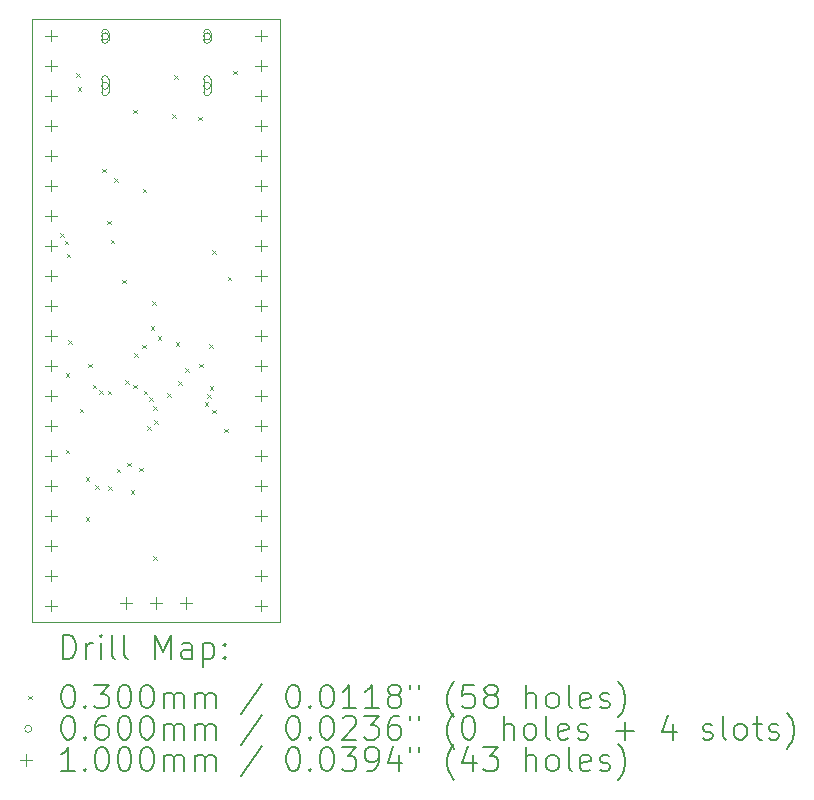
<source format=gbr>
%TF.GenerationSoftware,KiCad,Pcbnew,9.0.5*%
%TF.CreationDate,2025-12-09T16:25:20-06:00*%
%TF.ProjectId,KBoardV1,4b426f61-7264-4563-912e-6b696361645f,rev?*%
%TF.SameCoordinates,Original*%
%TF.FileFunction,Drillmap*%
%TF.FilePolarity,Positive*%
%FSLAX45Y45*%
G04 Gerber Fmt 4.5, Leading zero omitted, Abs format (unit mm)*
G04 Created by KiCad (PCBNEW 9.0.5) date 2025-12-09 16:25:20*
%MOMM*%
%LPD*%
G01*
G04 APERTURE LIST*
%ADD10C,0.050000*%
%ADD11C,0.200000*%
%ADD12C,0.100000*%
G04 APERTURE END LIST*
D10*
X5420000Y-2450000D02*
X7520000Y-2450000D01*
X7520000Y-7550000D01*
X5420000Y-7550000D01*
X5420000Y-2450000D01*
D11*
D12*
X5659645Y-4260355D02*
X5689645Y-4290355D01*
X5689645Y-4260355D02*
X5659645Y-4290355D01*
X5695000Y-4325000D02*
X5725000Y-4355000D01*
X5725000Y-4325000D02*
X5695000Y-4355000D01*
X5705000Y-5445000D02*
X5735000Y-5475000D01*
X5735000Y-5445000D02*
X5705000Y-5475000D01*
X5705000Y-6095000D02*
X5735000Y-6125000D01*
X5735000Y-6095000D02*
X5705000Y-6125000D01*
X5714500Y-4435000D02*
X5744500Y-4465000D01*
X5744500Y-4435000D02*
X5714500Y-4465000D01*
X5725000Y-5165000D02*
X5755000Y-5195000D01*
X5755000Y-5165000D02*
X5725000Y-5195000D01*
X5795000Y-2905000D02*
X5825000Y-2935000D01*
X5825000Y-2905000D02*
X5795000Y-2935000D01*
X5805000Y-3025000D02*
X5835000Y-3055000D01*
X5835000Y-3025000D02*
X5805000Y-3055000D01*
X5824900Y-5745000D02*
X5854900Y-5775000D01*
X5854900Y-5745000D02*
X5824900Y-5775000D01*
X5875000Y-6325000D02*
X5905000Y-6355000D01*
X5905000Y-6325000D02*
X5875000Y-6355000D01*
X5875000Y-6665000D02*
X5905000Y-6695000D01*
X5905000Y-6665000D02*
X5875000Y-6695000D01*
X5895000Y-5365000D02*
X5925000Y-5395000D01*
X5925000Y-5365000D02*
X5895000Y-5395000D01*
X5935000Y-5545000D02*
X5965000Y-5575000D01*
X5965000Y-5545000D02*
X5935000Y-5575000D01*
X5955000Y-6395000D02*
X5985000Y-6425000D01*
X5985000Y-6395000D02*
X5955000Y-6425000D01*
X5989661Y-5588729D02*
X6019661Y-5618729D01*
X6019661Y-5588729D02*
X5989661Y-5618729D01*
X6015000Y-3715000D02*
X6045000Y-3745000D01*
X6045000Y-3715000D02*
X6015000Y-3745000D01*
X6055000Y-4155000D02*
X6085000Y-4185000D01*
X6085000Y-4155000D02*
X6055000Y-4185000D01*
X6059380Y-5595000D02*
X6089380Y-5625000D01*
X6089380Y-5595000D02*
X6059380Y-5625000D01*
X6065000Y-6405000D02*
X6095000Y-6435000D01*
X6095000Y-6405000D02*
X6065000Y-6435000D01*
X6085000Y-4315000D02*
X6115000Y-4345000D01*
X6115000Y-4315000D02*
X6085000Y-4345000D01*
X6115000Y-3795000D02*
X6145000Y-3825000D01*
X6145000Y-3795000D02*
X6115000Y-3825000D01*
X6135000Y-6255000D02*
X6165000Y-6285000D01*
X6165000Y-6255000D02*
X6135000Y-6285000D01*
X6185000Y-4655000D02*
X6215000Y-4685000D01*
X6215000Y-4655000D02*
X6185000Y-4685000D01*
X6206360Y-5506360D02*
X6236360Y-5536360D01*
X6236360Y-5506360D02*
X6206360Y-5536360D01*
X6225000Y-6205000D02*
X6255000Y-6235000D01*
X6255000Y-6205000D02*
X6225000Y-6235000D01*
X6255000Y-6435000D02*
X6285000Y-6465000D01*
X6285000Y-6435000D02*
X6255000Y-6465000D01*
X6275000Y-3215000D02*
X6305000Y-3245000D01*
X6305000Y-3215000D02*
X6275000Y-3245000D01*
X6275000Y-5545000D02*
X6305000Y-5575000D01*
X6305000Y-5545000D02*
X6275000Y-5575000D01*
X6285000Y-5275000D02*
X6315000Y-5305000D01*
X6315000Y-5275000D02*
X6285000Y-5305000D01*
X6325000Y-6245000D02*
X6355000Y-6275000D01*
X6355000Y-6245000D02*
X6325000Y-6275000D01*
X6353579Y-5203579D02*
X6383579Y-5233579D01*
X6383579Y-5203579D02*
X6353579Y-5233579D01*
X6355000Y-3885000D02*
X6385000Y-3915000D01*
X6385000Y-3885000D02*
X6355000Y-3915000D01*
X6365426Y-5595312D02*
X6395426Y-5625312D01*
X6395426Y-5595312D02*
X6365426Y-5625312D01*
X6395000Y-5895000D02*
X6425000Y-5925000D01*
X6425000Y-5895000D02*
X6395000Y-5925000D01*
X6411803Y-5649213D02*
X6441803Y-5679213D01*
X6441803Y-5649213D02*
X6411803Y-5679213D01*
X6422564Y-5049739D02*
X6452564Y-5079739D01*
X6452564Y-5049739D02*
X6422564Y-5079739D01*
X6435000Y-4835000D02*
X6465000Y-4865000D01*
X6465000Y-4835000D02*
X6435000Y-4865000D01*
X6445000Y-5725000D02*
X6475000Y-5755000D01*
X6475000Y-5725000D02*
X6445000Y-5755000D01*
X6445000Y-6995000D02*
X6475000Y-7025000D01*
X6475000Y-6995000D02*
X6445000Y-7025000D01*
X6455000Y-5845000D02*
X6485000Y-5875000D01*
X6485000Y-5845000D02*
X6455000Y-5875000D01*
X6485000Y-5132157D02*
X6515000Y-5162157D01*
X6515000Y-5132157D02*
X6485000Y-5162157D01*
X6563791Y-5615000D02*
X6593791Y-5645000D01*
X6593791Y-5615000D02*
X6563791Y-5645000D01*
X6605000Y-3255000D02*
X6635000Y-3285000D01*
X6635000Y-3255000D02*
X6605000Y-3285000D01*
X6625000Y-2925000D02*
X6655000Y-2955000D01*
X6655000Y-2925000D02*
X6625000Y-2955000D01*
X6636450Y-5184613D02*
X6666450Y-5214613D01*
X6666450Y-5184613D02*
X6636450Y-5214613D01*
X6655000Y-5515000D02*
X6685000Y-5545000D01*
X6685000Y-5515000D02*
X6655000Y-5545000D01*
X6715731Y-5405315D02*
X6745731Y-5435315D01*
X6745731Y-5405315D02*
X6715731Y-5435315D01*
X6824645Y-3274645D02*
X6854645Y-3304645D01*
X6854645Y-3274645D02*
X6824645Y-3304645D01*
X6835000Y-5365000D02*
X6865000Y-5395000D01*
X6865000Y-5365000D02*
X6835000Y-5395000D01*
X6882864Y-5691408D02*
X6912864Y-5721408D01*
X6912864Y-5691408D02*
X6882864Y-5721408D01*
X6905000Y-5625000D02*
X6935000Y-5655000D01*
X6935000Y-5625000D02*
X6905000Y-5655000D01*
X6921059Y-5198941D02*
X6951059Y-5228941D01*
X6951059Y-5198941D02*
X6921059Y-5228941D01*
X6925000Y-5555000D02*
X6955000Y-5585000D01*
X6955000Y-5555000D02*
X6925000Y-5585000D01*
X6945000Y-4405000D02*
X6975000Y-4435000D01*
X6975000Y-4405000D02*
X6945000Y-4435000D01*
X6945000Y-5755000D02*
X6975000Y-5785000D01*
X6975000Y-5755000D02*
X6945000Y-5785000D01*
X7045000Y-5915000D02*
X7075000Y-5945000D01*
X7075000Y-5915000D02*
X7045000Y-5945000D01*
X7075200Y-4630298D02*
X7105200Y-4660298D01*
X7105200Y-4630298D02*
X7075200Y-4660298D01*
X7125000Y-2885000D02*
X7155000Y-2915000D01*
X7155000Y-2885000D02*
X7125000Y-2915000D01*
X6068000Y-2594000D02*
G75*
G02*
X6008000Y-2594000I-30000J0D01*
G01*
X6008000Y-2594000D02*
G75*
G02*
X6068000Y-2594000I30000J0D01*
G01*
X6068000Y-2624000D02*
X6068000Y-2564000D01*
X6008000Y-2564000D02*
G75*
G02*
X6068000Y-2564000I30000J0D01*
G01*
X6008000Y-2564000D02*
X6008000Y-2624000D01*
X6008000Y-2624000D02*
G75*
G03*
X6068000Y-2624000I30000J0D01*
G01*
X6068000Y-3012000D02*
G75*
G02*
X6008000Y-3012000I-30000J0D01*
G01*
X6008000Y-3012000D02*
G75*
G02*
X6068000Y-3012000I30000J0D01*
G01*
X6068000Y-3067000D02*
X6068000Y-2957000D01*
X6008000Y-2957000D02*
G75*
G02*
X6068000Y-2957000I30000J0D01*
G01*
X6008000Y-2957000D02*
X6008000Y-3067000D01*
X6008000Y-3067000D02*
G75*
G03*
X6068000Y-3067000I30000J0D01*
G01*
X6932000Y-2594000D02*
G75*
G02*
X6872000Y-2594000I-30000J0D01*
G01*
X6872000Y-2594000D02*
G75*
G02*
X6932000Y-2594000I30000J0D01*
G01*
X6932000Y-2624000D02*
X6932000Y-2564000D01*
X6872000Y-2564000D02*
G75*
G02*
X6932000Y-2564000I30000J0D01*
G01*
X6872000Y-2564000D02*
X6872000Y-2624000D01*
X6872000Y-2624000D02*
G75*
G03*
X6932000Y-2624000I30000J0D01*
G01*
X6932000Y-3012000D02*
G75*
G02*
X6872000Y-3012000I-30000J0D01*
G01*
X6872000Y-3012000D02*
G75*
G02*
X6932000Y-3012000I30000J0D01*
G01*
X6932000Y-3067000D02*
X6932000Y-2957000D01*
X6872000Y-2957000D02*
G75*
G02*
X6932000Y-2957000I30000J0D01*
G01*
X6872000Y-2957000D02*
X6872000Y-3067000D01*
X6872000Y-3067000D02*
G75*
G03*
X6932000Y-3067000I30000J0D01*
G01*
X5581000Y-2537000D02*
X5581000Y-2637000D01*
X5531000Y-2587000D02*
X5631000Y-2587000D01*
X5581000Y-2791000D02*
X5581000Y-2891000D01*
X5531000Y-2841000D02*
X5631000Y-2841000D01*
X5581000Y-3045000D02*
X5581000Y-3145000D01*
X5531000Y-3095000D02*
X5631000Y-3095000D01*
X5581000Y-3299000D02*
X5581000Y-3399000D01*
X5531000Y-3349000D02*
X5631000Y-3349000D01*
X5581000Y-3553000D02*
X5581000Y-3653000D01*
X5531000Y-3603000D02*
X5631000Y-3603000D01*
X5581000Y-3807000D02*
X5581000Y-3907000D01*
X5531000Y-3857000D02*
X5631000Y-3857000D01*
X5581000Y-4061000D02*
X5581000Y-4161000D01*
X5531000Y-4111000D02*
X5631000Y-4111000D01*
X5581000Y-4315000D02*
X5581000Y-4415000D01*
X5531000Y-4365000D02*
X5631000Y-4365000D01*
X5581000Y-4569000D02*
X5581000Y-4669000D01*
X5531000Y-4619000D02*
X5631000Y-4619000D01*
X5581000Y-4823000D02*
X5581000Y-4923000D01*
X5531000Y-4873000D02*
X5631000Y-4873000D01*
X5581000Y-5077000D02*
X5581000Y-5177000D01*
X5531000Y-5127000D02*
X5631000Y-5127000D01*
X5581000Y-5331000D02*
X5581000Y-5431000D01*
X5531000Y-5381000D02*
X5631000Y-5381000D01*
X5581000Y-5585000D02*
X5581000Y-5685000D01*
X5531000Y-5635000D02*
X5631000Y-5635000D01*
X5581000Y-5839000D02*
X5581000Y-5939000D01*
X5531000Y-5889000D02*
X5631000Y-5889000D01*
X5581000Y-6093000D02*
X5581000Y-6193000D01*
X5531000Y-6143000D02*
X5631000Y-6143000D01*
X5581000Y-6347000D02*
X5581000Y-6447000D01*
X5531000Y-6397000D02*
X5631000Y-6397000D01*
X5581000Y-6601000D02*
X5581000Y-6701000D01*
X5531000Y-6651000D02*
X5631000Y-6651000D01*
X5581000Y-6855000D02*
X5581000Y-6955000D01*
X5531000Y-6905000D02*
X5631000Y-6905000D01*
X5581000Y-7109000D02*
X5581000Y-7209000D01*
X5531000Y-7159000D02*
X5631000Y-7159000D01*
X5581000Y-7363000D02*
X5581000Y-7463000D01*
X5531000Y-7413000D02*
X5631000Y-7413000D01*
X6216000Y-7339000D02*
X6216000Y-7439000D01*
X6166000Y-7389000D02*
X6266000Y-7389000D01*
X6470000Y-7339000D02*
X6470000Y-7439000D01*
X6420000Y-7389000D02*
X6520000Y-7389000D01*
X6724000Y-7339000D02*
X6724000Y-7439000D01*
X6674000Y-7389000D02*
X6774000Y-7389000D01*
X7359000Y-2537000D02*
X7359000Y-2637000D01*
X7309000Y-2587000D02*
X7409000Y-2587000D01*
X7359000Y-2791000D02*
X7359000Y-2891000D01*
X7309000Y-2841000D02*
X7409000Y-2841000D01*
X7359000Y-3045000D02*
X7359000Y-3145000D01*
X7309000Y-3095000D02*
X7409000Y-3095000D01*
X7359000Y-3299000D02*
X7359000Y-3399000D01*
X7309000Y-3349000D02*
X7409000Y-3349000D01*
X7359000Y-3553000D02*
X7359000Y-3653000D01*
X7309000Y-3603000D02*
X7409000Y-3603000D01*
X7359000Y-3807000D02*
X7359000Y-3907000D01*
X7309000Y-3857000D02*
X7409000Y-3857000D01*
X7359000Y-4061000D02*
X7359000Y-4161000D01*
X7309000Y-4111000D02*
X7409000Y-4111000D01*
X7359000Y-4315000D02*
X7359000Y-4415000D01*
X7309000Y-4365000D02*
X7409000Y-4365000D01*
X7359000Y-4569000D02*
X7359000Y-4669000D01*
X7309000Y-4619000D02*
X7409000Y-4619000D01*
X7359000Y-4823000D02*
X7359000Y-4923000D01*
X7309000Y-4873000D02*
X7409000Y-4873000D01*
X7359000Y-5077000D02*
X7359000Y-5177000D01*
X7309000Y-5127000D02*
X7409000Y-5127000D01*
X7359000Y-5331000D02*
X7359000Y-5431000D01*
X7309000Y-5381000D02*
X7409000Y-5381000D01*
X7359000Y-5585000D02*
X7359000Y-5685000D01*
X7309000Y-5635000D02*
X7409000Y-5635000D01*
X7359000Y-5839000D02*
X7359000Y-5939000D01*
X7309000Y-5889000D02*
X7409000Y-5889000D01*
X7359000Y-6093000D02*
X7359000Y-6193000D01*
X7309000Y-6143000D02*
X7409000Y-6143000D01*
X7359000Y-6347000D02*
X7359000Y-6447000D01*
X7309000Y-6397000D02*
X7409000Y-6397000D01*
X7359000Y-6601000D02*
X7359000Y-6701000D01*
X7309000Y-6651000D02*
X7409000Y-6651000D01*
X7359000Y-6855000D02*
X7359000Y-6955000D01*
X7309000Y-6905000D02*
X7409000Y-6905000D01*
X7359000Y-7109000D02*
X7359000Y-7209000D01*
X7309000Y-7159000D02*
X7409000Y-7159000D01*
X7359000Y-7363000D02*
X7359000Y-7463000D01*
X7309000Y-7413000D02*
X7409000Y-7413000D01*
D11*
X5678277Y-7863984D02*
X5678277Y-7663984D01*
X5678277Y-7663984D02*
X5725896Y-7663984D01*
X5725896Y-7663984D02*
X5754467Y-7673508D01*
X5754467Y-7673508D02*
X5773515Y-7692555D01*
X5773515Y-7692555D02*
X5783039Y-7711603D01*
X5783039Y-7711603D02*
X5792562Y-7749698D01*
X5792562Y-7749698D02*
X5792562Y-7778269D01*
X5792562Y-7778269D02*
X5783039Y-7816365D01*
X5783039Y-7816365D02*
X5773515Y-7835412D01*
X5773515Y-7835412D02*
X5754467Y-7854460D01*
X5754467Y-7854460D02*
X5725896Y-7863984D01*
X5725896Y-7863984D02*
X5678277Y-7863984D01*
X5878277Y-7863984D02*
X5878277Y-7730650D01*
X5878277Y-7768746D02*
X5887801Y-7749698D01*
X5887801Y-7749698D02*
X5897324Y-7740174D01*
X5897324Y-7740174D02*
X5916372Y-7730650D01*
X5916372Y-7730650D02*
X5935420Y-7730650D01*
X6002086Y-7863984D02*
X6002086Y-7730650D01*
X6002086Y-7663984D02*
X5992562Y-7673508D01*
X5992562Y-7673508D02*
X6002086Y-7683031D01*
X6002086Y-7683031D02*
X6011610Y-7673508D01*
X6011610Y-7673508D02*
X6002086Y-7663984D01*
X6002086Y-7663984D02*
X6002086Y-7683031D01*
X6125896Y-7863984D02*
X6106848Y-7854460D01*
X6106848Y-7854460D02*
X6097324Y-7835412D01*
X6097324Y-7835412D02*
X6097324Y-7663984D01*
X6230658Y-7863984D02*
X6211610Y-7854460D01*
X6211610Y-7854460D02*
X6202086Y-7835412D01*
X6202086Y-7835412D02*
X6202086Y-7663984D01*
X6459229Y-7863984D02*
X6459229Y-7663984D01*
X6459229Y-7663984D02*
X6525896Y-7806841D01*
X6525896Y-7806841D02*
X6592562Y-7663984D01*
X6592562Y-7663984D02*
X6592562Y-7863984D01*
X6773515Y-7863984D02*
X6773515Y-7759222D01*
X6773515Y-7759222D02*
X6763991Y-7740174D01*
X6763991Y-7740174D02*
X6744943Y-7730650D01*
X6744943Y-7730650D02*
X6706848Y-7730650D01*
X6706848Y-7730650D02*
X6687801Y-7740174D01*
X6773515Y-7854460D02*
X6754467Y-7863984D01*
X6754467Y-7863984D02*
X6706848Y-7863984D01*
X6706848Y-7863984D02*
X6687801Y-7854460D01*
X6687801Y-7854460D02*
X6678277Y-7835412D01*
X6678277Y-7835412D02*
X6678277Y-7816365D01*
X6678277Y-7816365D02*
X6687801Y-7797317D01*
X6687801Y-7797317D02*
X6706848Y-7787793D01*
X6706848Y-7787793D02*
X6754467Y-7787793D01*
X6754467Y-7787793D02*
X6773515Y-7778269D01*
X6868753Y-7730650D02*
X6868753Y-7930650D01*
X6868753Y-7740174D02*
X6887801Y-7730650D01*
X6887801Y-7730650D02*
X6925896Y-7730650D01*
X6925896Y-7730650D02*
X6944943Y-7740174D01*
X6944943Y-7740174D02*
X6954467Y-7749698D01*
X6954467Y-7749698D02*
X6963991Y-7768746D01*
X6963991Y-7768746D02*
X6963991Y-7825888D01*
X6963991Y-7825888D02*
X6954467Y-7844936D01*
X6954467Y-7844936D02*
X6944943Y-7854460D01*
X6944943Y-7854460D02*
X6925896Y-7863984D01*
X6925896Y-7863984D02*
X6887801Y-7863984D01*
X6887801Y-7863984D02*
X6868753Y-7854460D01*
X7049705Y-7844936D02*
X7059229Y-7854460D01*
X7059229Y-7854460D02*
X7049705Y-7863984D01*
X7049705Y-7863984D02*
X7040182Y-7854460D01*
X7040182Y-7854460D02*
X7049705Y-7844936D01*
X7049705Y-7844936D02*
X7049705Y-7863984D01*
X7049705Y-7740174D02*
X7059229Y-7749698D01*
X7059229Y-7749698D02*
X7049705Y-7759222D01*
X7049705Y-7759222D02*
X7040182Y-7749698D01*
X7040182Y-7749698D02*
X7049705Y-7740174D01*
X7049705Y-7740174D02*
X7049705Y-7759222D01*
D12*
X5387500Y-8177500D02*
X5417500Y-8207500D01*
X5417500Y-8177500D02*
X5387500Y-8207500D01*
D11*
X5716372Y-8083984D02*
X5735420Y-8083984D01*
X5735420Y-8083984D02*
X5754467Y-8093508D01*
X5754467Y-8093508D02*
X5763991Y-8103031D01*
X5763991Y-8103031D02*
X5773515Y-8122079D01*
X5773515Y-8122079D02*
X5783039Y-8160174D01*
X5783039Y-8160174D02*
X5783039Y-8207793D01*
X5783039Y-8207793D02*
X5773515Y-8245888D01*
X5773515Y-8245888D02*
X5763991Y-8264936D01*
X5763991Y-8264936D02*
X5754467Y-8274460D01*
X5754467Y-8274460D02*
X5735420Y-8283984D01*
X5735420Y-8283984D02*
X5716372Y-8283984D01*
X5716372Y-8283984D02*
X5697324Y-8274460D01*
X5697324Y-8274460D02*
X5687801Y-8264936D01*
X5687801Y-8264936D02*
X5678277Y-8245888D01*
X5678277Y-8245888D02*
X5668753Y-8207793D01*
X5668753Y-8207793D02*
X5668753Y-8160174D01*
X5668753Y-8160174D02*
X5678277Y-8122079D01*
X5678277Y-8122079D02*
X5687801Y-8103031D01*
X5687801Y-8103031D02*
X5697324Y-8093508D01*
X5697324Y-8093508D02*
X5716372Y-8083984D01*
X5868753Y-8264936D02*
X5878277Y-8274460D01*
X5878277Y-8274460D02*
X5868753Y-8283984D01*
X5868753Y-8283984D02*
X5859229Y-8274460D01*
X5859229Y-8274460D02*
X5868753Y-8264936D01*
X5868753Y-8264936D02*
X5868753Y-8283984D01*
X5944943Y-8083984D02*
X6068753Y-8083984D01*
X6068753Y-8083984D02*
X6002086Y-8160174D01*
X6002086Y-8160174D02*
X6030658Y-8160174D01*
X6030658Y-8160174D02*
X6049705Y-8169698D01*
X6049705Y-8169698D02*
X6059229Y-8179222D01*
X6059229Y-8179222D02*
X6068753Y-8198269D01*
X6068753Y-8198269D02*
X6068753Y-8245888D01*
X6068753Y-8245888D02*
X6059229Y-8264936D01*
X6059229Y-8264936D02*
X6049705Y-8274460D01*
X6049705Y-8274460D02*
X6030658Y-8283984D01*
X6030658Y-8283984D02*
X5973515Y-8283984D01*
X5973515Y-8283984D02*
X5954467Y-8274460D01*
X5954467Y-8274460D02*
X5944943Y-8264936D01*
X6192562Y-8083984D02*
X6211610Y-8083984D01*
X6211610Y-8083984D02*
X6230658Y-8093508D01*
X6230658Y-8093508D02*
X6240182Y-8103031D01*
X6240182Y-8103031D02*
X6249705Y-8122079D01*
X6249705Y-8122079D02*
X6259229Y-8160174D01*
X6259229Y-8160174D02*
X6259229Y-8207793D01*
X6259229Y-8207793D02*
X6249705Y-8245888D01*
X6249705Y-8245888D02*
X6240182Y-8264936D01*
X6240182Y-8264936D02*
X6230658Y-8274460D01*
X6230658Y-8274460D02*
X6211610Y-8283984D01*
X6211610Y-8283984D02*
X6192562Y-8283984D01*
X6192562Y-8283984D02*
X6173515Y-8274460D01*
X6173515Y-8274460D02*
X6163991Y-8264936D01*
X6163991Y-8264936D02*
X6154467Y-8245888D01*
X6154467Y-8245888D02*
X6144943Y-8207793D01*
X6144943Y-8207793D02*
X6144943Y-8160174D01*
X6144943Y-8160174D02*
X6154467Y-8122079D01*
X6154467Y-8122079D02*
X6163991Y-8103031D01*
X6163991Y-8103031D02*
X6173515Y-8093508D01*
X6173515Y-8093508D02*
X6192562Y-8083984D01*
X6383039Y-8083984D02*
X6402086Y-8083984D01*
X6402086Y-8083984D02*
X6421134Y-8093508D01*
X6421134Y-8093508D02*
X6430658Y-8103031D01*
X6430658Y-8103031D02*
X6440182Y-8122079D01*
X6440182Y-8122079D02*
X6449705Y-8160174D01*
X6449705Y-8160174D02*
X6449705Y-8207793D01*
X6449705Y-8207793D02*
X6440182Y-8245888D01*
X6440182Y-8245888D02*
X6430658Y-8264936D01*
X6430658Y-8264936D02*
X6421134Y-8274460D01*
X6421134Y-8274460D02*
X6402086Y-8283984D01*
X6402086Y-8283984D02*
X6383039Y-8283984D01*
X6383039Y-8283984D02*
X6363991Y-8274460D01*
X6363991Y-8274460D02*
X6354467Y-8264936D01*
X6354467Y-8264936D02*
X6344943Y-8245888D01*
X6344943Y-8245888D02*
X6335420Y-8207793D01*
X6335420Y-8207793D02*
X6335420Y-8160174D01*
X6335420Y-8160174D02*
X6344943Y-8122079D01*
X6344943Y-8122079D02*
X6354467Y-8103031D01*
X6354467Y-8103031D02*
X6363991Y-8093508D01*
X6363991Y-8093508D02*
X6383039Y-8083984D01*
X6535420Y-8283984D02*
X6535420Y-8150650D01*
X6535420Y-8169698D02*
X6544943Y-8160174D01*
X6544943Y-8160174D02*
X6563991Y-8150650D01*
X6563991Y-8150650D02*
X6592563Y-8150650D01*
X6592563Y-8150650D02*
X6611610Y-8160174D01*
X6611610Y-8160174D02*
X6621134Y-8179222D01*
X6621134Y-8179222D02*
X6621134Y-8283984D01*
X6621134Y-8179222D02*
X6630658Y-8160174D01*
X6630658Y-8160174D02*
X6649705Y-8150650D01*
X6649705Y-8150650D02*
X6678277Y-8150650D01*
X6678277Y-8150650D02*
X6697324Y-8160174D01*
X6697324Y-8160174D02*
X6706848Y-8179222D01*
X6706848Y-8179222D02*
X6706848Y-8283984D01*
X6802086Y-8283984D02*
X6802086Y-8150650D01*
X6802086Y-8169698D02*
X6811610Y-8160174D01*
X6811610Y-8160174D02*
X6830658Y-8150650D01*
X6830658Y-8150650D02*
X6859229Y-8150650D01*
X6859229Y-8150650D02*
X6878277Y-8160174D01*
X6878277Y-8160174D02*
X6887801Y-8179222D01*
X6887801Y-8179222D02*
X6887801Y-8283984D01*
X6887801Y-8179222D02*
X6897324Y-8160174D01*
X6897324Y-8160174D02*
X6916372Y-8150650D01*
X6916372Y-8150650D02*
X6944943Y-8150650D01*
X6944943Y-8150650D02*
X6963991Y-8160174D01*
X6963991Y-8160174D02*
X6973515Y-8179222D01*
X6973515Y-8179222D02*
X6973515Y-8283984D01*
X7363991Y-8074460D02*
X7192563Y-8331603D01*
X7621134Y-8083984D02*
X7640182Y-8083984D01*
X7640182Y-8083984D02*
X7659229Y-8093508D01*
X7659229Y-8093508D02*
X7668753Y-8103031D01*
X7668753Y-8103031D02*
X7678277Y-8122079D01*
X7678277Y-8122079D02*
X7687801Y-8160174D01*
X7687801Y-8160174D02*
X7687801Y-8207793D01*
X7687801Y-8207793D02*
X7678277Y-8245888D01*
X7678277Y-8245888D02*
X7668753Y-8264936D01*
X7668753Y-8264936D02*
X7659229Y-8274460D01*
X7659229Y-8274460D02*
X7640182Y-8283984D01*
X7640182Y-8283984D02*
X7621134Y-8283984D01*
X7621134Y-8283984D02*
X7602086Y-8274460D01*
X7602086Y-8274460D02*
X7592563Y-8264936D01*
X7592563Y-8264936D02*
X7583039Y-8245888D01*
X7583039Y-8245888D02*
X7573515Y-8207793D01*
X7573515Y-8207793D02*
X7573515Y-8160174D01*
X7573515Y-8160174D02*
X7583039Y-8122079D01*
X7583039Y-8122079D02*
X7592563Y-8103031D01*
X7592563Y-8103031D02*
X7602086Y-8093508D01*
X7602086Y-8093508D02*
X7621134Y-8083984D01*
X7773515Y-8264936D02*
X7783039Y-8274460D01*
X7783039Y-8274460D02*
X7773515Y-8283984D01*
X7773515Y-8283984D02*
X7763991Y-8274460D01*
X7763991Y-8274460D02*
X7773515Y-8264936D01*
X7773515Y-8264936D02*
X7773515Y-8283984D01*
X7906848Y-8083984D02*
X7925896Y-8083984D01*
X7925896Y-8083984D02*
X7944944Y-8093508D01*
X7944944Y-8093508D02*
X7954467Y-8103031D01*
X7954467Y-8103031D02*
X7963991Y-8122079D01*
X7963991Y-8122079D02*
X7973515Y-8160174D01*
X7973515Y-8160174D02*
X7973515Y-8207793D01*
X7973515Y-8207793D02*
X7963991Y-8245888D01*
X7963991Y-8245888D02*
X7954467Y-8264936D01*
X7954467Y-8264936D02*
X7944944Y-8274460D01*
X7944944Y-8274460D02*
X7925896Y-8283984D01*
X7925896Y-8283984D02*
X7906848Y-8283984D01*
X7906848Y-8283984D02*
X7887801Y-8274460D01*
X7887801Y-8274460D02*
X7878277Y-8264936D01*
X7878277Y-8264936D02*
X7868753Y-8245888D01*
X7868753Y-8245888D02*
X7859229Y-8207793D01*
X7859229Y-8207793D02*
X7859229Y-8160174D01*
X7859229Y-8160174D02*
X7868753Y-8122079D01*
X7868753Y-8122079D02*
X7878277Y-8103031D01*
X7878277Y-8103031D02*
X7887801Y-8093508D01*
X7887801Y-8093508D02*
X7906848Y-8083984D01*
X8163991Y-8283984D02*
X8049706Y-8283984D01*
X8106848Y-8283984D02*
X8106848Y-8083984D01*
X8106848Y-8083984D02*
X8087801Y-8112555D01*
X8087801Y-8112555D02*
X8068753Y-8131603D01*
X8068753Y-8131603D02*
X8049706Y-8141127D01*
X8354467Y-8283984D02*
X8240182Y-8283984D01*
X8297325Y-8283984D02*
X8297325Y-8083984D01*
X8297325Y-8083984D02*
X8278277Y-8112555D01*
X8278277Y-8112555D02*
X8259229Y-8131603D01*
X8259229Y-8131603D02*
X8240182Y-8141127D01*
X8468753Y-8169698D02*
X8449706Y-8160174D01*
X8449706Y-8160174D02*
X8440182Y-8150650D01*
X8440182Y-8150650D02*
X8430658Y-8131603D01*
X8430658Y-8131603D02*
X8430658Y-8122079D01*
X8430658Y-8122079D02*
X8440182Y-8103031D01*
X8440182Y-8103031D02*
X8449706Y-8093508D01*
X8449706Y-8093508D02*
X8468753Y-8083984D01*
X8468753Y-8083984D02*
X8506849Y-8083984D01*
X8506849Y-8083984D02*
X8525896Y-8093508D01*
X8525896Y-8093508D02*
X8535420Y-8103031D01*
X8535420Y-8103031D02*
X8544944Y-8122079D01*
X8544944Y-8122079D02*
X8544944Y-8131603D01*
X8544944Y-8131603D02*
X8535420Y-8150650D01*
X8535420Y-8150650D02*
X8525896Y-8160174D01*
X8525896Y-8160174D02*
X8506849Y-8169698D01*
X8506849Y-8169698D02*
X8468753Y-8169698D01*
X8468753Y-8169698D02*
X8449706Y-8179222D01*
X8449706Y-8179222D02*
X8440182Y-8188746D01*
X8440182Y-8188746D02*
X8430658Y-8207793D01*
X8430658Y-8207793D02*
X8430658Y-8245888D01*
X8430658Y-8245888D02*
X8440182Y-8264936D01*
X8440182Y-8264936D02*
X8449706Y-8274460D01*
X8449706Y-8274460D02*
X8468753Y-8283984D01*
X8468753Y-8283984D02*
X8506849Y-8283984D01*
X8506849Y-8283984D02*
X8525896Y-8274460D01*
X8525896Y-8274460D02*
X8535420Y-8264936D01*
X8535420Y-8264936D02*
X8544944Y-8245888D01*
X8544944Y-8245888D02*
X8544944Y-8207793D01*
X8544944Y-8207793D02*
X8535420Y-8188746D01*
X8535420Y-8188746D02*
X8525896Y-8179222D01*
X8525896Y-8179222D02*
X8506849Y-8169698D01*
X8621134Y-8083984D02*
X8621134Y-8122079D01*
X8697325Y-8083984D02*
X8697325Y-8122079D01*
X8992563Y-8360174D02*
X8983039Y-8350650D01*
X8983039Y-8350650D02*
X8963991Y-8322079D01*
X8963991Y-8322079D02*
X8954468Y-8303031D01*
X8954468Y-8303031D02*
X8944944Y-8274460D01*
X8944944Y-8274460D02*
X8935420Y-8226841D01*
X8935420Y-8226841D02*
X8935420Y-8188746D01*
X8935420Y-8188746D02*
X8944944Y-8141127D01*
X8944944Y-8141127D02*
X8954468Y-8112555D01*
X8954468Y-8112555D02*
X8963991Y-8093508D01*
X8963991Y-8093508D02*
X8983039Y-8064936D01*
X8983039Y-8064936D02*
X8992563Y-8055412D01*
X9163991Y-8083984D02*
X9068753Y-8083984D01*
X9068753Y-8083984D02*
X9059230Y-8179222D01*
X9059230Y-8179222D02*
X9068753Y-8169698D01*
X9068753Y-8169698D02*
X9087801Y-8160174D01*
X9087801Y-8160174D02*
X9135420Y-8160174D01*
X9135420Y-8160174D02*
X9154468Y-8169698D01*
X9154468Y-8169698D02*
X9163991Y-8179222D01*
X9163991Y-8179222D02*
X9173515Y-8198269D01*
X9173515Y-8198269D02*
X9173515Y-8245888D01*
X9173515Y-8245888D02*
X9163991Y-8264936D01*
X9163991Y-8264936D02*
X9154468Y-8274460D01*
X9154468Y-8274460D02*
X9135420Y-8283984D01*
X9135420Y-8283984D02*
X9087801Y-8283984D01*
X9087801Y-8283984D02*
X9068753Y-8274460D01*
X9068753Y-8274460D02*
X9059230Y-8264936D01*
X9287801Y-8169698D02*
X9268753Y-8160174D01*
X9268753Y-8160174D02*
X9259230Y-8150650D01*
X9259230Y-8150650D02*
X9249706Y-8131603D01*
X9249706Y-8131603D02*
X9249706Y-8122079D01*
X9249706Y-8122079D02*
X9259230Y-8103031D01*
X9259230Y-8103031D02*
X9268753Y-8093508D01*
X9268753Y-8093508D02*
X9287801Y-8083984D01*
X9287801Y-8083984D02*
X9325896Y-8083984D01*
X9325896Y-8083984D02*
X9344944Y-8093508D01*
X9344944Y-8093508D02*
X9354468Y-8103031D01*
X9354468Y-8103031D02*
X9363991Y-8122079D01*
X9363991Y-8122079D02*
X9363991Y-8131603D01*
X9363991Y-8131603D02*
X9354468Y-8150650D01*
X9354468Y-8150650D02*
X9344944Y-8160174D01*
X9344944Y-8160174D02*
X9325896Y-8169698D01*
X9325896Y-8169698D02*
X9287801Y-8169698D01*
X9287801Y-8169698D02*
X9268753Y-8179222D01*
X9268753Y-8179222D02*
X9259230Y-8188746D01*
X9259230Y-8188746D02*
X9249706Y-8207793D01*
X9249706Y-8207793D02*
X9249706Y-8245888D01*
X9249706Y-8245888D02*
X9259230Y-8264936D01*
X9259230Y-8264936D02*
X9268753Y-8274460D01*
X9268753Y-8274460D02*
X9287801Y-8283984D01*
X9287801Y-8283984D02*
X9325896Y-8283984D01*
X9325896Y-8283984D02*
X9344944Y-8274460D01*
X9344944Y-8274460D02*
X9354468Y-8264936D01*
X9354468Y-8264936D02*
X9363991Y-8245888D01*
X9363991Y-8245888D02*
X9363991Y-8207793D01*
X9363991Y-8207793D02*
X9354468Y-8188746D01*
X9354468Y-8188746D02*
X9344944Y-8179222D01*
X9344944Y-8179222D02*
X9325896Y-8169698D01*
X9602087Y-8283984D02*
X9602087Y-8083984D01*
X9687801Y-8283984D02*
X9687801Y-8179222D01*
X9687801Y-8179222D02*
X9678277Y-8160174D01*
X9678277Y-8160174D02*
X9659230Y-8150650D01*
X9659230Y-8150650D02*
X9630658Y-8150650D01*
X9630658Y-8150650D02*
X9611611Y-8160174D01*
X9611611Y-8160174D02*
X9602087Y-8169698D01*
X9811611Y-8283984D02*
X9792563Y-8274460D01*
X9792563Y-8274460D02*
X9783039Y-8264936D01*
X9783039Y-8264936D02*
X9773515Y-8245888D01*
X9773515Y-8245888D02*
X9773515Y-8188746D01*
X9773515Y-8188746D02*
X9783039Y-8169698D01*
X9783039Y-8169698D02*
X9792563Y-8160174D01*
X9792563Y-8160174D02*
X9811611Y-8150650D01*
X9811611Y-8150650D02*
X9840182Y-8150650D01*
X9840182Y-8150650D02*
X9859230Y-8160174D01*
X9859230Y-8160174D02*
X9868753Y-8169698D01*
X9868753Y-8169698D02*
X9878277Y-8188746D01*
X9878277Y-8188746D02*
X9878277Y-8245888D01*
X9878277Y-8245888D02*
X9868753Y-8264936D01*
X9868753Y-8264936D02*
X9859230Y-8274460D01*
X9859230Y-8274460D02*
X9840182Y-8283984D01*
X9840182Y-8283984D02*
X9811611Y-8283984D01*
X9992563Y-8283984D02*
X9973515Y-8274460D01*
X9973515Y-8274460D02*
X9963992Y-8255412D01*
X9963992Y-8255412D02*
X9963992Y-8083984D01*
X10144944Y-8274460D02*
X10125896Y-8283984D01*
X10125896Y-8283984D02*
X10087801Y-8283984D01*
X10087801Y-8283984D02*
X10068753Y-8274460D01*
X10068753Y-8274460D02*
X10059230Y-8255412D01*
X10059230Y-8255412D02*
X10059230Y-8179222D01*
X10059230Y-8179222D02*
X10068753Y-8160174D01*
X10068753Y-8160174D02*
X10087801Y-8150650D01*
X10087801Y-8150650D02*
X10125896Y-8150650D01*
X10125896Y-8150650D02*
X10144944Y-8160174D01*
X10144944Y-8160174D02*
X10154468Y-8179222D01*
X10154468Y-8179222D02*
X10154468Y-8198269D01*
X10154468Y-8198269D02*
X10059230Y-8217317D01*
X10230658Y-8274460D02*
X10249706Y-8283984D01*
X10249706Y-8283984D02*
X10287801Y-8283984D01*
X10287801Y-8283984D02*
X10306849Y-8274460D01*
X10306849Y-8274460D02*
X10316373Y-8255412D01*
X10316373Y-8255412D02*
X10316373Y-8245888D01*
X10316373Y-8245888D02*
X10306849Y-8226841D01*
X10306849Y-8226841D02*
X10287801Y-8217317D01*
X10287801Y-8217317D02*
X10259230Y-8217317D01*
X10259230Y-8217317D02*
X10240182Y-8207793D01*
X10240182Y-8207793D02*
X10230658Y-8188746D01*
X10230658Y-8188746D02*
X10230658Y-8179222D01*
X10230658Y-8179222D02*
X10240182Y-8160174D01*
X10240182Y-8160174D02*
X10259230Y-8150650D01*
X10259230Y-8150650D02*
X10287801Y-8150650D01*
X10287801Y-8150650D02*
X10306849Y-8160174D01*
X10383039Y-8360174D02*
X10392563Y-8350650D01*
X10392563Y-8350650D02*
X10411611Y-8322079D01*
X10411611Y-8322079D02*
X10421134Y-8303031D01*
X10421134Y-8303031D02*
X10430658Y-8274460D01*
X10430658Y-8274460D02*
X10440182Y-8226841D01*
X10440182Y-8226841D02*
X10440182Y-8188746D01*
X10440182Y-8188746D02*
X10430658Y-8141127D01*
X10430658Y-8141127D02*
X10421134Y-8112555D01*
X10421134Y-8112555D02*
X10411611Y-8093508D01*
X10411611Y-8093508D02*
X10392563Y-8064936D01*
X10392563Y-8064936D02*
X10383039Y-8055412D01*
D12*
X5417500Y-8456500D02*
G75*
G02*
X5357500Y-8456500I-30000J0D01*
G01*
X5357500Y-8456500D02*
G75*
G02*
X5417500Y-8456500I30000J0D01*
G01*
D11*
X5716372Y-8347984D02*
X5735420Y-8347984D01*
X5735420Y-8347984D02*
X5754467Y-8357508D01*
X5754467Y-8357508D02*
X5763991Y-8367031D01*
X5763991Y-8367031D02*
X5773515Y-8386079D01*
X5773515Y-8386079D02*
X5783039Y-8424174D01*
X5783039Y-8424174D02*
X5783039Y-8471793D01*
X5783039Y-8471793D02*
X5773515Y-8509889D01*
X5773515Y-8509889D02*
X5763991Y-8528936D01*
X5763991Y-8528936D02*
X5754467Y-8538460D01*
X5754467Y-8538460D02*
X5735420Y-8547984D01*
X5735420Y-8547984D02*
X5716372Y-8547984D01*
X5716372Y-8547984D02*
X5697324Y-8538460D01*
X5697324Y-8538460D02*
X5687801Y-8528936D01*
X5687801Y-8528936D02*
X5678277Y-8509889D01*
X5678277Y-8509889D02*
X5668753Y-8471793D01*
X5668753Y-8471793D02*
X5668753Y-8424174D01*
X5668753Y-8424174D02*
X5678277Y-8386079D01*
X5678277Y-8386079D02*
X5687801Y-8367031D01*
X5687801Y-8367031D02*
X5697324Y-8357508D01*
X5697324Y-8357508D02*
X5716372Y-8347984D01*
X5868753Y-8528936D02*
X5878277Y-8538460D01*
X5878277Y-8538460D02*
X5868753Y-8547984D01*
X5868753Y-8547984D02*
X5859229Y-8538460D01*
X5859229Y-8538460D02*
X5868753Y-8528936D01*
X5868753Y-8528936D02*
X5868753Y-8547984D01*
X6049705Y-8347984D02*
X6011610Y-8347984D01*
X6011610Y-8347984D02*
X5992562Y-8357508D01*
X5992562Y-8357508D02*
X5983039Y-8367031D01*
X5983039Y-8367031D02*
X5963991Y-8395603D01*
X5963991Y-8395603D02*
X5954467Y-8433698D01*
X5954467Y-8433698D02*
X5954467Y-8509889D01*
X5954467Y-8509889D02*
X5963991Y-8528936D01*
X5963991Y-8528936D02*
X5973515Y-8538460D01*
X5973515Y-8538460D02*
X5992562Y-8547984D01*
X5992562Y-8547984D02*
X6030658Y-8547984D01*
X6030658Y-8547984D02*
X6049705Y-8538460D01*
X6049705Y-8538460D02*
X6059229Y-8528936D01*
X6059229Y-8528936D02*
X6068753Y-8509889D01*
X6068753Y-8509889D02*
X6068753Y-8462270D01*
X6068753Y-8462270D02*
X6059229Y-8443222D01*
X6059229Y-8443222D02*
X6049705Y-8433698D01*
X6049705Y-8433698D02*
X6030658Y-8424174D01*
X6030658Y-8424174D02*
X5992562Y-8424174D01*
X5992562Y-8424174D02*
X5973515Y-8433698D01*
X5973515Y-8433698D02*
X5963991Y-8443222D01*
X5963991Y-8443222D02*
X5954467Y-8462270D01*
X6192562Y-8347984D02*
X6211610Y-8347984D01*
X6211610Y-8347984D02*
X6230658Y-8357508D01*
X6230658Y-8357508D02*
X6240182Y-8367031D01*
X6240182Y-8367031D02*
X6249705Y-8386079D01*
X6249705Y-8386079D02*
X6259229Y-8424174D01*
X6259229Y-8424174D02*
X6259229Y-8471793D01*
X6259229Y-8471793D02*
X6249705Y-8509889D01*
X6249705Y-8509889D02*
X6240182Y-8528936D01*
X6240182Y-8528936D02*
X6230658Y-8538460D01*
X6230658Y-8538460D02*
X6211610Y-8547984D01*
X6211610Y-8547984D02*
X6192562Y-8547984D01*
X6192562Y-8547984D02*
X6173515Y-8538460D01*
X6173515Y-8538460D02*
X6163991Y-8528936D01*
X6163991Y-8528936D02*
X6154467Y-8509889D01*
X6154467Y-8509889D02*
X6144943Y-8471793D01*
X6144943Y-8471793D02*
X6144943Y-8424174D01*
X6144943Y-8424174D02*
X6154467Y-8386079D01*
X6154467Y-8386079D02*
X6163991Y-8367031D01*
X6163991Y-8367031D02*
X6173515Y-8357508D01*
X6173515Y-8357508D02*
X6192562Y-8347984D01*
X6383039Y-8347984D02*
X6402086Y-8347984D01*
X6402086Y-8347984D02*
X6421134Y-8357508D01*
X6421134Y-8357508D02*
X6430658Y-8367031D01*
X6430658Y-8367031D02*
X6440182Y-8386079D01*
X6440182Y-8386079D02*
X6449705Y-8424174D01*
X6449705Y-8424174D02*
X6449705Y-8471793D01*
X6449705Y-8471793D02*
X6440182Y-8509889D01*
X6440182Y-8509889D02*
X6430658Y-8528936D01*
X6430658Y-8528936D02*
X6421134Y-8538460D01*
X6421134Y-8538460D02*
X6402086Y-8547984D01*
X6402086Y-8547984D02*
X6383039Y-8547984D01*
X6383039Y-8547984D02*
X6363991Y-8538460D01*
X6363991Y-8538460D02*
X6354467Y-8528936D01*
X6354467Y-8528936D02*
X6344943Y-8509889D01*
X6344943Y-8509889D02*
X6335420Y-8471793D01*
X6335420Y-8471793D02*
X6335420Y-8424174D01*
X6335420Y-8424174D02*
X6344943Y-8386079D01*
X6344943Y-8386079D02*
X6354467Y-8367031D01*
X6354467Y-8367031D02*
X6363991Y-8357508D01*
X6363991Y-8357508D02*
X6383039Y-8347984D01*
X6535420Y-8547984D02*
X6535420Y-8414650D01*
X6535420Y-8433698D02*
X6544943Y-8424174D01*
X6544943Y-8424174D02*
X6563991Y-8414650D01*
X6563991Y-8414650D02*
X6592563Y-8414650D01*
X6592563Y-8414650D02*
X6611610Y-8424174D01*
X6611610Y-8424174D02*
X6621134Y-8443222D01*
X6621134Y-8443222D02*
X6621134Y-8547984D01*
X6621134Y-8443222D02*
X6630658Y-8424174D01*
X6630658Y-8424174D02*
X6649705Y-8414650D01*
X6649705Y-8414650D02*
X6678277Y-8414650D01*
X6678277Y-8414650D02*
X6697324Y-8424174D01*
X6697324Y-8424174D02*
X6706848Y-8443222D01*
X6706848Y-8443222D02*
X6706848Y-8547984D01*
X6802086Y-8547984D02*
X6802086Y-8414650D01*
X6802086Y-8433698D02*
X6811610Y-8424174D01*
X6811610Y-8424174D02*
X6830658Y-8414650D01*
X6830658Y-8414650D02*
X6859229Y-8414650D01*
X6859229Y-8414650D02*
X6878277Y-8424174D01*
X6878277Y-8424174D02*
X6887801Y-8443222D01*
X6887801Y-8443222D02*
X6887801Y-8547984D01*
X6887801Y-8443222D02*
X6897324Y-8424174D01*
X6897324Y-8424174D02*
X6916372Y-8414650D01*
X6916372Y-8414650D02*
X6944943Y-8414650D01*
X6944943Y-8414650D02*
X6963991Y-8424174D01*
X6963991Y-8424174D02*
X6973515Y-8443222D01*
X6973515Y-8443222D02*
X6973515Y-8547984D01*
X7363991Y-8338460D02*
X7192563Y-8595603D01*
X7621134Y-8347984D02*
X7640182Y-8347984D01*
X7640182Y-8347984D02*
X7659229Y-8357508D01*
X7659229Y-8357508D02*
X7668753Y-8367031D01*
X7668753Y-8367031D02*
X7678277Y-8386079D01*
X7678277Y-8386079D02*
X7687801Y-8424174D01*
X7687801Y-8424174D02*
X7687801Y-8471793D01*
X7687801Y-8471793D02*
X7678277Y-8509889D01*
X7678277Y-8509889D02*
X7668753Y-8528936D01*
X7668753Y-8528936D02*
X7659229Y-8538460D01*
X7659229Y-8538460D02*
X7640182Y-8547984D01*
X7640182Y-8547984D02*
X7621134Y-8547984D01*
X7621134Y-8547984D02*
X7602086Y-8538460D01*
X7602086Y-8538460D02*
X7592563Y-8528936D01*
X7592563Y-8528936D02*
X7583039Y-8509889D01*
X7583039Y-8509889D02*
X7573515Y-8471793D01*
X7573515Y-8471793D02*
X7573515Y-8424174D01*
X7573515Y-8424174D02*
X7583039Y-8386079D01*
X7583039Y-8386079D02*
X7592563Y-8367031D01*
X7592563Y-8367031D02*
X7602086Y-8357508D01*
X7602086Y-8357508D02*
X7621134Y-8347984D01*
X7773515Y-8528936D02*
X7783039Y-8538460D01*
X7783039Y-8538460D02*
X7773515Y-8547984D01*
X7773515Y-8547984D02*
X7763991Y-8538460D01*
X7763991Y-8538460D02*
X7773515Y-8528936D01*
X7773515Y-8528936D02*
X7773515Y-8547984D01*
X7906848Y-8347984D02*
X7925896Y-8347984D01*
X7925896Y-8347984D02*
X7944944Y-8357508D01*
X7944944Y-8357508D02*
X7954467Y-8367031D01*
X7954467Y-8367031D02*
X7963991Y-8386079D01*
X7963991Y-8386079D02*
X7973515Y-8424174D01*
X7973515Y-8424174D02*
X7973515Y-8471793D01*
X7973515Y-8471793D02*
X7963991Y-8509889D01*
X7963991Y-8509889D02*
X7954467Y-8528936D01*
X7954467Y-8528936D02*
X7944944Y-8538460D01*
X7944944Y-8538460D02*
X7925896Y-8547984D01*
X7925896Y-8547984D02*
X7906848Y-8547984D01*
X7906848Y-8547984D02*
X7887801Y-8538460D01*
X7887801Y-8538460D02*
X7878277Y-8528936D01*
X7878277Y-8528936D02*
X7868753Y-8509889D01*
X7868753Y-8509889D02*
X7859229Y-8471793D01*
X7859229Y-8471793D02*
X7859229Y-8424174D01*
X7859229Y-8424174D02*
X7868753Y-8386079D01*
X7868753Y-8386079D02*
X7878277Y-8367031D01*
X7878277Y-8367031D02*
X7887801Y-8357508D01*
X7887801Y-8357508D02*
X7906848Y-8347984D01*
X8049706Y-8367031D02*
X8059229Y-8357508D01*
X8059229Y-8357508D02*
X8078277Y-8347984D01*
X8078277Y-8347984D02*
X8125896Y-8347984D01*
X8125896Y-8347984D02*
X8144944Y-8357508D01*
X8144944Y-8357508D02*
X8154467Y-8367031D01*
X8154467Y-8367031D02*
X8163991Y-8386079D01*
X8163991Y-8386079D02*
X8163991Y-8405127D01*
X8163991Y-8405127D02*
X8154467Y-8433698D01*
X8154467Y-8433698D02*
X8040182Y-8547984D01*
X8040182Y-8547984D02*
X8163991Y-8547984D01*
X8230658Y-8347984D02*
X8354467Y-8347984D01*
X8354467Y-8347984D02*
X8287801Y-8424174D01*
X8287801Y-8424174D02*
X8316372Y-8424174D01*
X8316372Y-8424174D02*
X8335420Y-8433698D01*
X8335420Y-8433698D02*
X8344944Y-8443222D01*
X8344944Y-8443222D02*
X8354467Y-8462270D01*
X8354467Y-8462270D02*
X8354467Y-8509889D01*
X8354467Y-8509889D02*
X8344944Y-8528936D01*
X8344944Y-8528936D02*
X8335420Y-8538460D01*
X8335420Y-8538460D02*
X8316372Y-8547984D01*
X8316372Y-8547984D02*
X8259229Y-8547984D01*
X8259229Y-8547984D02*
X8240182Y-8538460D01*
X8240182Y-8538460D02*
X8230658Y-8528936D01*
X8525896Y-8347984D02*
X8487801Y-8347984D01*
X8487801Y-8347984D02*
X8468753Y-8357508D01*
X8468753Y-8357508D02*
X8459229Y-8367031D01*
X8459229Y-8367031D02*
X8440182Y-8395603D01*
X8440182Y-8395603D02*
X8430658Y-8433698D01*
X8430658Y-8433698D02*
X8430658Y-8509889D01*
X8430658Y-8509889D02*
X8440182Y-8528936D01*
X8440182Y-8528936D02*
X8449706Y-8538460D01*
X8449706Y-8538460D02*
X8468753Y-8547984D01*
X8468753Y-8547984D02*
X8506849Y-8547984D01*
X8506849Y-8547984D02*
X8525896Y-8538460D01*
X8525896Y-8538460D02*
X8535420Y-8528936D01*
X8535420Y-8528936D02*
X8544944Y-8509889D01*
X8544944Y-8509889D02*
X8544944Y-8462270D01*
X8544944Y-8462270D02*
X8535420Y-8443222D01*
X8535420Y-8443222D02*
X8525896Y-8433698D01*
X8525896Y-8433698D02*
X8506849Y-8424174D01*
X8506849Y-8424174D02*
X8468753Y-8424174D01*
X8468753Y-8424174D02*
X8449706Y-8433698D01*
X8449706Y-8433698D02*
X8440182Y-8443222D01*
X8440182Y-8443222D02*
X8430658Y-8462270D01*
X8621134Y-8347984D02*
X8621134Y-8386079D01*
X8697325Y-8347984D02*
X8697325Y-8386079D01*
X8992563Y-8624174D02*
X8983039Y-8614650D01*
X8983039Y-8614650D02*
X8963991Y-8586079D01*
X8963991Y-8586079D02*
X8954468Y-8567031D01*
X8954468Y-8567031D02*
X8944944Y-8538460D01*
X8944944Y-8538460D02*
X8935420Y-8490841D01*
X8935420Y-8490841D02*
X8935420Y-8452746D01*
X8935420Y-8452746D02*
X8944944Y-8405127D01*
X8944944Y-8405127D02*
X8954468Y-8376555D01*
X8954468Y-8376555D02*
X8963991Y-8357508D01*
X8963991Y-8357508D02*
X8983039Y-8328936D01*
X8983039Y-8328936D02*
X8992563Y-8319412D01*
X9106849Y-8347984D02*
X9125896Y-8347984D01*
X9125896Y-8347984D02*
X9144944Y-8357508D01*
X9144944Y-8357508D02*
X9154468Y-8367031D01*
X9154468Y-8367031D02*
X9163991Y-8386079D01*
X9163991Y-8386079D02*
X9173515Y-8424174D01*
X9173515Y-8424174D02*
X9173515Y-8471793D01*
X9173515Y-8471793D02*
X9163991Y-8509889D01*
X9163991Y-8509889D02*
X9154468Y-8528936D01*
X9154468Y-8528936D02*
X9144944Y-8538460D01*
X9144944Y-8538460D02*
X9125896Y-8547984D01*
X9125896Y-8547984D02*
X9106849Y-8547984D01*
X9106849Y-8547984D02*
X9087801Y-8538460D01*
X9087801Y-8538460D02*
X9078277Y-8528936D01*
X9078277Y-8528936D02*
X9068753Y-8509889D01*
X9068753Y-8509889D02*
X9059230Y-8471793D01*
X9059230Y-8471793D02*
X9059230Y-8424174D01*
X9059230Y-8424174D02*
X9068753Y-8386079D01*
X9068753Y-8386079D02*
X9078277Y-8367031D01*
X9078277Y-8367031D02*
X9087801Y-8357508D01*
X9087801Y-8357508D02*
X9106849Y-8347984D01*
X9411611Y-8547984D02*
X9411611Y-8347984D01*
X9497325Y-8547984D02*
X9497325Y-8443222D01*
X9497325Y-8443222D02*
X9487801Y-8424174D01*
X9487801Y-8424174D02*
X9468753Y-8414650D01*
X9468753Y-8414650D02*
X9440182Y-8414650D01*
X9440182Y-8414650D02*
X9421134Y-8424174D01*
X9421134Y-8424174D02*
X9411611Y-8433698D01*
X9621134Y-8547984D02*
X9602087Y-8538460D01*
X9602087Y-8538460D02*
X9592563Y-8528936D01*
X9592563Y-8528936D02*
X9583039Y-8509889D01*
X9583039Y-8509889D02*
X9583039Y-8452746D01*
X9583039Y-8452746D02*
X9592563Y-8433698D01*
X9592563Y-8433698D02*
X9602087Y-8424174D01*
X9602087Y-8424174D02*
X9621134Y-8414650D01*
X9621134Y-8414650D02*
X9649706Y-8414650D01*
X9649706Y-8414650D02*
X9668753Y-8424174D01*
X9668753Y-8424174D02*
X9678277Y-8433698D01*
X9678277Y-8433698D02*
X9687801Y-8452746D01*
X9687801Y-8452746D02*
X9687801Y-8509889D01*
X9687801Y-8509889D02*
X9678277Y-8528936D01*
X9678277Y-8528936D02*
X9668753Y-8538460D01*
X9668753Y-8538460D02*
X9649706Y-8547984D01*
X9649706Y-8547984D02*
X9621134Y-8547984D01*
X9802087Y-8547984D02*
X9783039Y-8538460D01*
X9783039Y-8538460D02*
X9773515Y-8519412D01*
X9773515Y-8519412D02*
X9773515Y-8347984D01*
X9954468Y-8538460D02*
X9935420Y-8547984D01*
X9935420Y-8547984D02*
X9897325Y-8547984D01*
X9897325Y-8547984D02*
X9878277Y-8538460D01*
X9878277Y-8538460D02*
X9868753Y-8519412D01*
X9868753Y-8519412D02*
X9868753Y-8443222D01*
X9868753Y-8443222D02*
X9878277Y-8424174D01*
X9878277Y-8424174D02*
X9897325Y-8414650D01*
X9897325Y-8414650D02*
X9935420Y-8414650D01*
X9935420Y-8414650D02*
X9954468Y-8424174D01*
X9954468Y-8424174D02*
X9963992Y-8443222D01*
X9963992Y-8443222D02*
X9963992Y-8462270D01*
X9963992Y-8462270D02*
X9868753Y-8481317D01*
X10040182Y-8538460D02*
X10059230Y-8547984D01*
X10059230Y-8547984D02*
X10097325Y-8547984D01*
X10097325Y-8547984D02*
X10116373Y-8538460D01*
X10116373Y-8538460D02*
X10125896Y-8519412D01*
X10125896Y-8519412D02*
X10125896Y-8509889D01*
X10125896Y-8509889D02*
X10116373Y-8490841D01*
X10116373Y-8490841D02*
X10097325Y-8481317D01*
X10097325Y-8481317D02*
X10068753Y-8481317D01*
X10068753Y-8481317D02*
X10049706Y-8471793D01*
X10049706Y-8471793D02*
X10040182Y-8452746D01*
X10040182Y-8452746D02*
X10040182Y-8443222D01*
X10040182Y-8443222D02*
X10049706Y-8424174D01*
X10049706Y-8424174D02*
X10068753Y-8414650D01*
X10068753Y-8414650D02*
X10097325Y-8414650D01*
X10097325Y-8414650D02*
X10116373Y-8424174D01*
X10363992Y-8471793D02*
X10516373Y-8471793D01*
X10440182Y-8547984D02*
X10440182Y-8395603D01*
X10849706Y-8414650D02*
X10849706Y-8547984D01*
X10802087Y-8338460D02*
X10754468Y-8481317D01*
X10754468Y-8481317D02*
X10878277Y-8481317D01*
X11097325Y-8538460D02*
X11116373Y-8547984D01*
X11116373Y-8547984D02*
X11154468Y-8547984D01*
X11154468Y-8547984D02*
X11173516Y-8538460D01*
X11173516Y-8538460D02*
X11183039Y-8519412D01*
X11183039Y-8519412D02*
X11183039Y-8509889D01*
X11183039Y-8509889D02*
X11173516Y-8490841D01*
X11173516Y-8490841D02*
X11154468Y-8481317D01*
X11154468Y-8481317D02*
X11125896Y-8481317D01*
X11125896Y-8481317D02*
X11106849Y-8471793D01*
X11106849Y-8471793D02*
X11097325Y-8452746D01*
X11097325Y-8452746D02*
X11097325Y-8443222D01*
X11097325Y-8443222D02*
X11106849Y-8424174D01*
X11106849Y-8424174D02*
X11125896Y-8414650D01*
X11125896Y-8414650D02*
X11154468Y-8414650D01*
X11154468Y-8414650D02*
X11173516Y-8424174D01*
X11297325Y-8547984D02*
X11278277Y-8538460D01*
X11278277Y-8538460D02*
X11268754Y-8519412D01*
X11268754Y-8519412D02*
X11268754Y-8347984D01*
X11402087Y-8547984D02*
X11383039Y-8538460D01*
X11383039Y-8538460D02*
X11373515Y-8528936D01*
X11373515Y-8528936D02*
X11363992Y-8509889D01*
X11363992Y-8509889D02*
X11363992Y-8452746D01*
X11363992Y-8452746D02*
X11373515Y-8433698D01*
X11373515Y-8433698D02*
X11383039Y-8424174D01*
X11383039Y-8424174D02*
X11402087Y-8414650D01*
X11402087Y-8414650D02*
X11430658Y-8414650D01*
X11430658Y-8414650D02*
X11449706Y-8424174D01*
X11449706Y-8424174D02*
X11459230Y-8433698D01*
X11459230Y-8433698D02*
X11468754Y-8452746D01*
X11468754Y-8452746D02*
X11468754Y-8509889D01*
X11468754Y-8509889D02*
X11459230Y-8528936D01*
X11459230Y-8528936D02*
X11449706Y-8538460D01*
X11449706Y-8538460D02*
X11430658Y-8547984D01*
X11430658Y-8547984D02*
X11402087Y-8547984D01*
X11525896Y-8414650D02*
X11602087Y-8414650D01*
X11554468Y-8347984D02*
X11554468Y-8519412D01*
X11554468Y-8519412D02*
X11563992Y-8538460D01*
X11563992Y-8538460D02*
X11583039Y-8547984D01*
X11583039Y-8547984D02*
X11602087Y-8547984D01*
X11659230Y-8538460D02*
X11678277Y-8547984D01*
X11678277Y-8547984D02*
X11716373Y-8547984D01*
X11716373Y-8547984D02*
X11735420Y-8538460D01*
X11735420Y-8538460D02*
X11744944Y-8519412D01*
X11744944Y-8519412D02*
X11744944Y-8509889D01*
X11744944Y-8509889D02*
X11735420Y-8490841D01*
X11735420Y-8490841D02*
X11716373Y-8481317D01*
X11716373Y-8481317D02*
X11687801Y-8481317D01*
X11687801Y-8481317D02*
X11668754Y-8471793D01*
X11668754Y-8471793D02*
X11659230Y-8452746D01*
X11659230Y-8452746D02*
X11659230Y-8443222D01*
X11659230Y-8443222D02*
X11668754Y-8424174D01*
X11668754Y-8424174D02*
X11687801Y-8414650D01*
X11687801Y-8414650D02*
X11716373Y-8414650D01*
X11716373Y-8414650D02*
X11735420Y-8424174D01*
X11811611Y-8624174D02*
X11821135Y-8614650D01*
X11821135Y-8614650D02*
X11840182Y-8586079D01*
X11840182Y-8586079D02*
X11849706Y-8567031D01*
X11849706Y-8567031D02*
X11859230Y-8538460D01*
X11859230Y-8538460D02*
X11868754Y-8490841D01*
X11868754Y-8490841D02*
X11868754Y-8452746D01*
X11868754Y-8452746D02*
X11859230Y-8405127D01*
X11859230Y-8405127D02*
X11849706Y-8376555D01*
X11849706Y-8376555D02*
X11840182Y-8357508D01*
X11840182Y-8357508D02*
X11821135Y-8328936D01*
X11821135Y-8328936D02*
X11811611Y-8319412D01*
D12*
X5367500Y-8670500D02*
X5367500Y-8770500D01*
X5317500Y-8720500D02*
X5417500Y-8720500D01*
D11*
X5783039Y-8811984D02*
X5668753Y-8811984D01*
X5725896Y-8811984D02*
X5725896Y-8611984D01*
X5725896Y-8611984D02*
X5706848Y-8640555D01*
X5706848Y-8640555D02*
X5687801Y-8659603D01*
X5687801Y-8659603D02*
X5668753Y-8669127D01*
X5868753Y-8792936D02*
X5878277Y-8802460D01*
X5878277Y-8802460D02*
X5868753Y-8811984D01*
X5868753Y-8811984D02*
X5859229Y-8802460D01*
X5859229Y-8802460D02*
X5868753Y-8792936D01*
X5868753Y-8792936D02*
X5868753Y-8811984D01*
X6002086Y-8611984D02*
X6021134Y-8611984D01*
X6021134Y-8611984D02*
X6040182Y-8621508D01*
X6040182Y-8621508D02*
X6049705Y-8631031D01*
X6049705Y-8631031D02*
X6059229Y-8650079D01*
X6059229Y-8650079D02*
X6068753Y-8688174D01*
X6068753Y-8688174D02*
X6068753Y-8735793D01*
X6068753Y-8735793D02*
X6059229Y-8773889D01*
X6059229Y-8773889D02*
X6049705Y-8792936D01*
X6049705Y-8792936D02*
X6040182Y-8802460D01*
X6040182Y-8802460D02*
X6021134Y-8811984D01*
X6021134Y-8811984D02*
X6002086Y-8811984D01*
X6002086Y-8811984D02*
X5983039Y-8802460D01*
X5983039Y-8802460D02*
X5973515Y-8792936D01*
X5973515Y-8792936D02*
X5963991Y-8773889D01*
X5963991Y-8773889D02*
X5954467Y-8735793D01*
X5954467Y-8735793D02*
X5954467Y-8688174D01*
X5954467Y-8688174D02*
X5963991Y-8650079D01*
X5963991Y-8650079D02*
X5973515Y-8631031D01*
X5973515Y-8631031D02*
X5983039Y-8621508D01*
X5983039Y-8621508D02*
X6002086Y-8611984D01*
X6192562Y-8611984D02*
X6211610Y-8611984D01*
X6211610Y-8611984D02*
X6230658Y-8621508D01*
X6230658Y-8621508D02*
X6240182Y-8631031D01*
X6240182Y-8631031D02*
X6249705Y-8650079D01*
X6249705Y-8650079D02*
X6259229Y-8688174D01*
X6259229Y-8688174D02*
X6259229Y-8735793D01*
X6259229Y-8735793D02*
X6249705Y-8773889D01*
X6249705Y-8773889D02*
X6240182Y-8792936D01*
X6240182Y-8792936D02*
X6230658Y-8802460D01*
X6230658Y-8802460D02*
X6211610Y-8811984D01*
X6211610Y-8811984D02*
X6192562Y-8811984D01*
X6192562Y-8811984D02*
X6173515Y-8802460D01*
X6173515Y-8802460D02*
X6163991Y-8792936D01*
X6163991Y-8792936D02*
X6154467Y-8773889D01*
X6154467Y-8773889D02*
X6144943Y-8735793D01*
X6144943Y-8735793D02*
X6144943Y-8688174D01*
X6144943Y-8688174D02*
X6154467Y-8650079D01*
X6154467Y-8650079D02*
X6163991Y-8631031D01*
X6163991Y-8631031D02*
X6173515Y-8621508D01*
X6173515Y-8621508D02*
X6192562Y-8611984D01*
X6383039Y-8611984D02*
X6402086Y-8611984D01*
X6402086Y-8611984D02*
X6421134Y-8621508D01*
X6421134Y-8621508D02*
X6430658Y-8631031D01*
X6430658Y-8631031D02*
X6440182Y-8650079D01*
X6440182Y-8650079D02*
X6449705Y-8688174D01*
X6449705Y-8688174D02*
X6449705Y-8735793D01*
X6449705Y-8735793D02*
X6440182Y-8773889D01*
X6440182Y-8773889D02*
X6430658Y-8792936D01*
X6430658Y-8792936D02*
X6421134Y-8802460D01*
X6421134Y-8802460D02*
X6402086Y-8811984D01*
X6402086Y-8811984D02*
X6383039Y-8811984D01*
X6383039Y-8811984D02*
X6363991Y-8802460D01*
X6363991Y-8802460D02*
X6354467Y-8792936D01*
X6354467Y-8792936D02*
X6344943Y-8773889D01*
X6344943Y-8773889D02*
X6335420Y-8735793D01*
X6335420Y-8735793D02*
X6335420Y-8688174D01*
X6335420Y-8688174D02*
X6344943Y-8650079D01*
X6344943Y-8650079D02*
X6354467Y-8631031D01*
X6354467Y-8631031D02*
X6363991Y-8621508D01*
X6363991Y-8621508D02*
X6383039Y-8611984D01*
X6535420Y-8811984D02*
X6535420Y-8678650D01*
X6535420Y-8697698D02*
X6544943Y-8688174D01*
X6544943Y-8688174D02*
X6563991Y-8678650D01*
X6563991Y-8678650D02*
X6592563Y-8678650D01*
X6592563Y-8678650D02*
X6611610Y-8688174D01*
X6611610Y-8688174D02*
X6621134Y-8707222D01*
X6621134Y-8707222D02*
X6621134Y-8811984D01*
X6621134Y-8707222D02*
X6630658Y-8688174D01*
X6630658Y-8688174D02*
X6649705Y-8678650D01*
X6649705Y-8678650D02*
X6678277Y-8678650D01*
X6678277Y-8678650D02*
X6697324Y-8688174D01*
X6697324Y-8688174D02*
X6706848Y-8707222D01*
X6706848Y-8707222D02*
X6706848Y-8811984D01*
X6802086Y-8811984D02*
X6802086Y-8678650D01*
X6802086Y-8697698D02*
X6811610Y-8688174D01*
X6811610Y-8688174D02*
X6830658Y-8678650D01*
X6830658Y-8678650D02*
X6859229Y-8678650D01*
X6859229Y-8678650D02*
X6878277Y-8688174D01*
X6878277Y-8688174D02*
X6887801Y-8707222D01*
X6887801Y-8707222D02*
X6887801Y-8811984D01*
X6887801Y-8707222D02*
X6897324Y-8688174D01*
X6897324Y-8688174D02*
X6916372Y-8678650D01*
X6916372Y-8678650D02*
X6944943Y-8678650D01*
X6944943Y-8678650D02*
X6963991Y-8688174D01*
X6963991Y-8688174D02*
X6973515Y-8707222D01*
X6973515Y-8707222D02*
X6973515Y-8811984D01*
X7363991Y-8602460D02*
X7192563Y-8859603D01*
X7621134Y-8611984D02*
X7640182Y-8611984D01*
X7640182Y-8611984D02*
X7659229Y-8621508D01*
X7659229Y-8621508D02*
X7668753Y-8631031D01*
X7668753Y-8631031D02*
X7678277Y-8650079D01*
X7678277Y-8650079D02*
X7687801Y-8688174D01*
X7687801Y-8688174D02*
X7687801Y-8735793D01*
X7687801Y-8735793D02*
X7678277Y-8773889D01*
X7678277Y-8773889D02*
X7668753Y-8792936D01*
X7668753Y-8792936D02*
X7659229Y-8802460D01*
X7659229Y-8802460D02*
X7640182Y-8811984D01*
X7640182Y-8811984D02*
X7621134Y-8811984D01*
X7621134Y-8811984D02*
X7602086Y-8802460D01*
X7602086Y-8802460D02*
X7592563Y-8792936D01*
X7592563Y-8792936D02*
X7583039Y-8773889D01*
X7583039Y-8773889D02*
X7573515Y-8735793D01*
X7573515Y-8735793D02*
X7573515Y-8688174D01*
X7573515Y-8688174D02*
X7583039Y-8650079D01*
X7583039Y-8650079D02*
X7592563Y-8631031D01*
X7592563Y-8631031D02*
X7602086Y-8621508D01*
X7602086Y-8621508D02*
X7621134Y-8611984D01*
X7773515Y-8792936D02*
X7783039Y-8802460D01*
X7783039Y-8802460D02*
X7773515Y-8811984D01*
X7773515Y-8811984D02*
X7763991Y-8802460D01*
X7763991Y-8802460D02*
X7773515Y-8792936D01*
X7773515Y-8792936D02*
X7773515Y-8811984D01*
X7906848Y-8611984D02*
X7925896Y-8611984D01*
X7925896Y-8611984D02*
X7944944Y-8621508D01*
X7944944Y-8621508D02*
X7954467Y-8631031D01*
X7954467Y-8631031D02*
X7963991Y-8650079D01*
X7963991Y-8650079D02*
X7973515Y-8688174D01*
X7973515Y-8688174D02*
X7973515Y-8735793D01*
X7973515Y-8735793D02*
X7963991Y-8773889D01*
X7963991Y-8773889D02*
X7954467Y-8792936D01*
X7954467Y-8792936D02*
X7944944Y-8802460D01*
X7944944Y-8802460D02*
X7925896Y-8811984D01*
X7925896Y-8811984D02*
X7906848Y-8811984D01*
X7906848Y-8811984D02*
X7887801Y-8802460D01*
X7887801Y-8802460D02*
X7878277Y-8792936D01*
X7878277Y-8792936D02*
X7868753Y-8773889D01*
X7868753Y-8773889D02*
X7859229Y-8735793D01*
X7859229Y-8735793D02*
X7859229Y-8688174D01*
X7859229Y-8688174D02*
X7868753Y-8650079D01*
X7868753Y-8650079D02*
X7878277Y-8631031D01*
X7878277Y-8631031D02*
X7887801Y-8621508D01*
X7887801Y-8621508D02*
X7906848Y-8611984D01*
X8040182Y-8611984D02*
X8163991Y-8611984D01*
X8163991Y-8611984D02*
X8097325Y-8688174D01*
X8097325Y-8688174D02*
X8125896Y-8688174D01*
X8125896Y-8688174D02*
X8144944Y-8697698D01*
X8144944Y-8697698D02*
X8154467Y-8707222D01*
X8154467Y-8707222D02*
X8163991Y-8726270D01*
X8163991Y-8726270D02*
X8163991Y-8773889D01*
X8163991Y-8773889D02*
X8154467Y-8792936D01*
X8154467Y-8792936D02*
X8144944Y-8802460D01*
X8144944Y-8802460D02*
X8125896Y-8811984D01*
X8125896Y-8811984D02*
X8068753Y-8811984D01*
X8068753Y-8811984D02*
X8049706Y-8802460D01*
X8049706Y-8802460D02*
X8040182Y-8792936D01*
X8259229Y-8811984D02*
X8297325Y-8811984D01*
X8297325Y-8811984D02*
X8316372Y-8802460D01*
X8316372Y-8802460D02*
X8325896Y-8792936D01*
X8325896Y-8792936D02*
X8344944Y-8764365D01*
X8344944Y-8764365D02*
X8354467Y-8726270D01*
X8354467Y-8726270D02*
X8354467Y-8650079D01*
X8354467Y-8650079D02*
X8344944Y-8631031D01*
X8344944Y-8631031D02*
X8335420Y-8621508D01*
X8335420Y-8621508D02*
X8316372Y-8611984D01*
X8316372Y-8611984D02*
X8278277Y-8611984D01*
X8278277Y-8611984D02*
X8259229Y-8621508D01*
X8259229Y-8621508D02*
X8249706Y-8631031D01*
X8249706Y-8631031D02*
X8240182Y-8650079D01*
X8240182Y-8650079D02*
X8240182Y-8697698D01*
X8240182Y-8697698D02*
X8249706Y-8716746D01*
X8249706Y-8716746D02*
X8259229Y-8726270D01*
X8259229Y-8726270D02*
X8278277Y-8735793D01*
X8278277Y-8735793D02*
X8316372Y-8735793D01*
X8316372Y-8735793D02*
X8335420Y-8726270D01*
X8335420Y-8726270D02*
X8344944Y-8716746D01*
X8344944Y-8716746D02*
X8354467Y-8697698D01*
X8525896Y-8678650D02*
X8525896Y-8811984D01*
X8478277Y-8602460D02*
X8430658Y-8745317D01*
X8430658Y-8745317D02*
X8554468Y-8745317D01*
X8621134Y-8611984D02*
X8621134Y-8650079D01*
X8697325Y-8611984D02*
X8697325Y-8650079D01*
X8992563Y-8888174D02*
X8983039Y-8878650D01*
X8983039Y-8878650D02*
X8963991Y-8850079D01*
X8963991Y-8850079D02*
X8954468Y-8831031D01*
X8954468Y-8831031D02*
X8944944Y-8802460D01*
X8944944Y-8802460D02*
X8935420Y-8754841D01*
X8935420Y-8754841D02*
X8935420Y-8716746D01*
X8935420Y-8716746D02*
X8944944Y-8669127D01*
X8944944Y-8669127D02*
X8954468Y-8640555D01*
X8954468Y-8640555D02*
X8963991Y-8621508D01*
X8963991Y-8621508D02*
X8983039Y-8592936D01*
X8983039Y-8592936D02*
X8992563Y-8583412D01*
X9154468Y-8678650D02*
X9154468Y-8811984D01*
X9106849Y-8602460D02*
X9059230Y-8745317D01*
X9059230Y-8745317D02*
X9183039Y-8745317D01*
X9240182Y-8611984D02*
X9363991Y-8611984D01*
X9363991Y-8611984D02*
X9297325Y-8688174D01*
X9297325Y-8688174D02*
X9325896Y-8688174D01*
X9325896Y-8688174D02*
X9344944Y-8697698D01*
X9344944Y-8697698D02*
X9354468Y-8707222D01*
X9354468Y-8707222D02*
X9363991Y-8726270D01*
X9363991Y-8726270D02*
X9363991Y-8773889D01*
X9363991Y-8773889D02*
X9354468Y-8792936D01*
X9354468Y-8792936D02*
X9344944Y-8802460D01*
X9344944Y-8802460D02*
X9325896Y-8811984D01*
X9325896Y-8811984D02*
X9268753Y-8811984D01*
X9268753Y-8811984D02*
X9249706Y-8802460D01*
X9249706Y-8802460D02*
X9240182Y-8792936D01*
X9602087Y-8811984D02*
X9602087Y-8611984D01*
X9687801Y-8811984D02*
X9687801Y-8707222D01*
X9687801Y-8707222D02*
X9678277Y-8688174D01*
X9678277Y-8688174D02*
X9659230Y-8678650D01*
X9659230Y-8678650D02*
X9630658Y-8678650D01*
X9630658Y-8678650D02*
X9611611Y-8688174D01*
X9611611Y-8688174D02*
X9602087Y-8697698D01*
X9811611Y-8811984D02*
X9792563Y-8802460D01*
X9792563Y-8802460D02*
X9783039Y-8792936D01*
X9783039Y-8792936D02*
X9773515Y-8773889D01*
X9773515Y-8773889D02*
X9773515Y-8716746D01*
X9773515Y-8716746D02*
X9783039Y-8697698D01*
X9783039Y-8697698D02*
X9792563Y-8688174D01*
X9792563Y-8688174D02*
X9811611Y-8678650D01*
X9811611Y-8678650D02*
X9840182Y-8678650D01*
X9840182Y-8678650D02*
X9859230Y-8688174D01*
X9859230Y-8688174D02*
X9868753Y-8697698D01*
X9868753Y-8697698D02*
X9878277Y-8716746D01*
X9878277Y-8716746D02*
X9878277Y-8773889D01*
X9878277Y-8773889D02*
X9868753Y-8792936D01*
X9868753Y-8792936D02*
X9859230Y-8802460D01*
X9859230Y-8802460D02*
X9840182Y-8811984D01*
X9840182Y-8811984D02*
X9811611Y-8811984D01*
X9992563Y-8811984D02*
X9973515Y-8802460D01*
X9973515Y-8802460D02*
X9963992Y-8783412D01*
X9963992Y-8783412D02*
X9963992Y-8611984D01*
X10144944Y-8802460D02*
X10125896Y-8811984D01*
X10125896Y-8811984D02*
X10087801Y-8811984D01*
X10087801Y-8811984D02*
X10068753Y-8802460D01*
X10068753Y-8802460D02*
X10059230Y-8783412D01*
X10059230Y-8783412D02*
X10059230Y-8707222D01*
X10059230Y-8707222D02*
X10068753Y-8688174D01*
X10068753Y-8688174D02*
X10087801Y-8678650D01*
X10087801Y-8678650D02*
X10125896Y-8678650D01*
X10125896Y-8678650D02*
X10144944Y-8688174D01*
X10144944Y-8688174D02*
X10154468Y-8707222D01*
X10154468Y-8707222D02*
X10154468Y-8726270D01*
X10154468Y-8726270D02*
X10059230Y-8745317D01*
X10230658Y-8802460D02*
X10249706Y-8811984D01*
X10249706Y-8811984D02*
X10287801Y-8811984D01*
X10287801Y-8811984D02*
X10306849Y-8802460D01*
X10306849Y-8802460D02*
X10316373Y-8783412D01*
X10316373Y-8783412D02*
X10316373Y-8773889D01*
X10316373Y-8773889D02*
X10306849Y-8754841D01*
X10306849Y-8754841D02*
X10287801Y-8745317D01*
X10287801Y-8745317D02*
X10259230Y-8745317D01*
X10259230Y-8745317D02*
X10240182Y-8735793D01*
X10240182Y-8735793D02*
X10230658Y-8716746D01*
X10230658Y-8716746D02*
X10230658Y-8707222D01*
X10230658Y-8707222D02*
X10240182Y-8688174D01*
X10240182Y-8688174D02*
X10259230Y-8678650D01*
X10259230Y-8678650D02*
X10287801Y-8678650D01*
X10287801Y-8678650D02*
X10306849Y-8688174D01*
X10383039Y-8888174D02*
X10392563Y-8878650D01*
X10392563Y-8878650D02*
X10411611Y-8850079D01*
X10411611Y-8850079D02*
X10421134Y-8831031D01*
X10421134Y-8831031D02*
X10430658Y-8802460D01*
X10430658Y-8802460D02*
X10440182Y-8754841D01*
X10440182Y-8754841D02*
X10440182Y-8716746D01*
X10440182Y-8716746D02*
X10430658Y-8669127D01*
X10430658Y-8669127D02*
X10421134Y-8640555D01*
X10421134Y-8640555D02*
X10411611Y-8621508D01*
X10411611Y-8621508D02*
X10392563Y-8592936D01*
X10392563Y-8592936D02*
X10383039Y-8583412D01*
M02*

</source>
